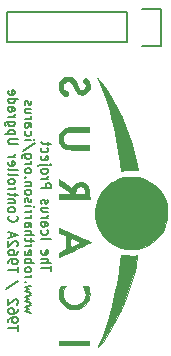
<source format=gbo>
G04 #@! TF.FileFunction,Legend,Bot*
%FSLAX46Y46*%
G04 Gerber Fmt 4.6, Leading zero omitted, Abs format (unit mm)*
G04 Created by KiCad (PCBNEW 4.0.4-stable) date 11/10/16 15:29:45*
%MOMM*%
%LPD*%
G01*
G04 APERTURE LIST*
%ADD10C,0.100000*%
%ADD11C,0.200000*%
%ADD12C,0.150000*%
%ADD13C,0.010000*%
G04 APERTURE END LIST*
D10*
D11*
X141908095Y-115315715D02*
X141908095Y-114858572D01*
X141108095Y-115087143D02*
X141908095Y-115087143D01*
X141108095Y-114591905D02*
X141908095Y-114591905D01*
X141108095Y-114249048D02*
X141527143Y-114249048D01*
X141603333Y-114287143D01*
X141641429Y-114363333D01*
X141641429Y-114477619D01*
X141603333Y-114553810D01*
X141565238Y-114591905D01*
X141146190Y-113563333D02*
X141108095Y-113639523D01*
X141108095Y-113791904D01*
X141146190Y-113868095D01*
X141222381Y-113906190D01*
X141527143Y-113906190D01*
X141603333Y-113868095D01*
X141641429Y-113791904D01*
X141641429Y-113639523D01*
X141603333Y-113563333D01*
X141527143Y-113525238D01*
X141450952Y-113525238D01*
X141374762Y-113906190D01*
X141108095Y-112572857D02*
X141908095Y-112572857D01*
X141146190Y-111849048D02*
X141108095Y-111925238D01*
X141108095Y-112077619D01*
X141146190Y-112153810D01*
X141184286Y-112191905D01*
X141260476Y-112230000D01*
X141489048Y-112230000D01*
X141565238Y-112191905D01*
X141603333Y-112153810D01*
X141641429Y-112077619D01*
X141641429Y-111925238D01*
X141603333Y-111849048D01*
X141108095Y-111163334D02*
X141527143Y-111163334D01*
X141603333Y-111201429D01*
X141641429Y-111277619D01*
X141641429Y-111430000D01*
X141603333Y-111506191D01*
X141146190Y-111163334D02*
X141108095Y-111239524D01*
X141108095Y-111430000D01*
X141146190Y-111506191D01*
X141222381Y-111544286D01*
X141298571Y-111544286D01*
X141374762Y-111506191D01*
X141412857Y-111430000D01*
X141412857Y-111239524D01*
X141450952Y-111163334D01*
X141108095Y-110782381D02*
X141641429Y-110782381D01*
X141489048Y-110782381D02*
X141565238Y-110744286D01*
X141603333Y-110706190D01*
X141641429Y-110630000D01*
X141641429Y-110553809D01*
X141641429Y-109944286D02*
X141108095Y-109944286D01*
X141641429Y-110287143D02*
X141222381Y-110287143D01*
X141146190Y-110249048D01*
X141108095Y-110172857D01*
X141108095Y-110058571D01*
X141146190Y-109982381D01*
X141184286Y-109944286D01*
X141146190Y-109601428D02*
X141108095Y-109525238D01*
X141108095Y-109372857D01*
X141146190Y-109296666D01*
X141222381Y-109258571D01*
X141260476Y-109258571D01*
X141336667Y-109296666D01*
X141374762Y-109372857D01*
X141374762Y-109487142D01*
X141412857Y-109563333D01*
X141489048Y-109601428D01*
X141527143Y-109601428D01*
X141603333Y-109563333D01*
X141641429Y-109487142D01*
X141641429Y-109372857D01*
X141603333Y-109296666D01*
X141108095Y-108306190D02*
X141908095Y-108306190D01*
X141908095Y-108001428D01*
X141870000Y-107925237D01*
X141831905Y-107887142D01*
X141755714Y-107849047D01*
X141641429Y-107849047D01*
X141565238Y-107887142D01*
X141527143Y-107925237D01*
X141489048Y-108001428D01*
X141489048Y-108306190D01*
X141108095Y-107506190D02*
X141641429Y-107506190D01*
X141489048Y-107506190D02*
X141565238Y-107468095D01*
X141603333Y-107429999D01*
X141641429Y-107353809D01*
X141641429Y-107277618D01*
X141108095Y-106896666D02*
X141146190Y-106972857D01*
X141184286Y-107010952D01*
X141260476Y-107049047D01*
X141489048Y-107049047D01*
X141565238Y-107010952D01*
X141603333Y-106972857D01*
X141641429Y-106896666D01*
X141641429Y-106782380D01*
X141603333Y-106706190D01*
X141565238Y-106668095D01*
X141489048Y-106629999D01*
X141260476Y-106629999D01*
X141184286Y-106668095D01*
X141146190Y-106706190D01*
X141108095Y-106782380D01*
X141108095Y-106896666D01*
X141641429Y-106287142D02*
X140955714Y-106287142D01*
X140879524Y-106325237D01*
X140841429Y-106401428D01*
X140841429Y-106439523D01*
X141908095Y-106287142D02*
X141870000Y-106325237D01*
X141831905Y-106287142D01*
X141870000Y-106249047D01*
X141908095Y-106287142D01*
X141831905Y-106287142D01*
X141146190Y-105601428D02*
X141108095Y-105677618D01*
X141108095Y-105829999D01*
X141146190Y-105906190D01*
X141222381Y-105944285D01*
X141527143Y-105944285D01*
X141603333Y-105906190D01*
X141641429Y-105829999D01*
X141641429Y-105677618D01*
X141603333Y-105601428D01*
X141527143Y-105563333D01*
X141450952Y-105563333D01*
X141374762Y-105944285D01*
X141146190Y-104877619D02*
X141108095Y-104953809D01*
X141108095Y-105106190D01*
X141146190Y-105182381D01*
X141184286Y-105220476D01*
X141260476Y-105258571D01*
X141489048Y-105258571D01*
X141565238Y-105220476D01*
X141603333Y-105182381D01*
X141641429Y-105106190D01*
X141641429Y-104953809D01*
X141603333Y-104877619D01*
X141641429Y-104649048D02*
X141641429Y-104344286D01*
X141908095Y-104534762D02*
X141222381Y-104534762D01*
X141146190Y-104496667D01*
X141108095Y-104420476D01*
X141108095Y-104344286D01*
X140241429Y-118820476D02*
X139708095Y-118668095D01*
X140089048Y-118515714D01*
X139708095Y-118363333D01*
X140241429Y-118210952D01*
X140241429Y-117982381D02*
X139708095Y-117830000D01*
X140089048Y-117677619D01*
X139708095Y-117525238D01*
X140241429Y-117372857D01*
X140241429Y-117144286D02*
X139708095Y-116991905D01*
X140089048Y-116839524D01*
X139708095Y-116687143D01*
X140241429Y-116534762D01*
X139784286Y-116230001D02*
X139746190Y-116191906D01*
X139708095Y-116230001D01*
X139746190Y-116268096D01*
X139784286Y-116230001D01*
X139708095Y-116230001D01*
X139708095Y-115849049D02*
X140241429Y-115849049D01*
X140089048Y-115849049D02*
X140165238Y-115810954D01*
X140203333Y-115772858D01*
X140241429Y-115696668D01*
X140241429Y-115620477D01*
X139708095Y-115239525D02*
X139746190Y-115315716D01*
X139784286Y-115353811D01*
X139860476Y-115391906D01*
X140089048Y-115391906D01*
X140165238Y-115353811D01*
X140203333Y-115315716D01*
X140241429Y-115239525D01*
X140241429Y-115125239D01*
X140203333Y-115049049D01*
X140165238Y-115010954D01*
X140089048Y-114972858D01*
X139860476Y-114972858D01*
X139784286Y-115010954D01*
X139746190Y-115049049D01*
X139708095Y-115125239D01*
X139708095Y-115239525D01*
X139708095Y-114630001D02*
X140508095Y-114630001D01*
X140203333Y-114630001D02*
X140241429Y-114553810D01*
X140241429Y-114401429D01*
X140203333Y-114325239D01*
X140165238Y-114287144D01*
X140089048Y-114249048D01*
X139860476Y-114249048D01*
X139784286Y-114287144D01*
X139746190Y-114325239D01*
X139708095Y-114401429D01*
X139708095Y-114553810D01*
X139746190Y-114630001D01*
X139746190Y-113601429D02*
X139708095Y-113677619D01*
X139708095Y-113830000D01*
X139746190Y-113906191D01*
X139822381Y-113944286D01*
X140127143Y-113944286D01*
X140203333Y-113906191D01*
X140241429Y-113830000D01*
X140241429Y-113677619D01*
X140203333Y-113601429D01*
X140127143Y-113563334D01*
X140050952Y-113563334D01*
X139974762Y-113944286D01*
X139708095Y-113220477D02*
X140241429Y-113220477D01*
X140089048Y-113220477D02*
X140165238Y-113182382D01*
X140203333Y-113144286D01*
X140241429Y-113068096D01*
X140241429Y-112991905D01*
X140241429Y-112839525D02*
X140241429Y-112534763D01*
X140508095Y-112725239D02*
X139822381Y-112725239D01*
X139746190Y-112687144D01*
X139708095Y-112610953D01*
X139708095Y-112534763D01*
X139708095Y-112268096D02*
X140508095Y-112268096D01*
X139708095Y-111925239D02*
X140127143Y-111925239D01*
X140203333Y-111963334D01*
X140241429Y-112039524D01*
X140241429Y-112153810D01*
X140203333Y-112230001D01*
X140165238Y-112268096D01*
X139708095Y-111201429D02*
X140127143Y-111201429D01*
X140203333Y-111239524D01*
X140241429Y-111315714D01*
X140241429Y-111468095D01*
X140203333Y-111544286D01*
X139746190Y-111201429D02*
X139708095Y-111277619D01*
X139708095Y-111468095D01*
X139746190Y-111544286D01*
X139822381Y-111582381D01*
X139898571Y-111582381D01*
X139974762Y-111544286D01*
X140012857Y-111468095D01*
X140012857Y-111277619D01*
X140050952Y-111201429D01*
X139708095Y-110820476D02*
X140241429Y-110820476D01*
X140089048Y-110820476D02*
X140165238Y-110782381D01*
X140203333Y-110744285D01*
X140241429Y-110668095D01*
X140241429Y-110591904D01*
X139708095Y-110325238D02*
X140241429Y-110325238D01*
X140089048Y-110325238D02*
X140165238Y-110287143D01*
X140203333Y-110249047D01*
X140241429Y-110172857D01*
X140241429Y-110096666D01*
X139708095Y-109830000D02*
X140241429Y-109830000D01*
X140508095Y-109830000D02*
X140470000Y-109868095D01*
X140431905Y-109830000D01*
X140470000Y-109791905D01*
X140508095Y-109830000D01*
X140431905Y-109830000D01*
X139746190Y-109487143D02*
X139708095Y-109410953D01*
X139708095Y-109258572D01*
X139746190Y-109182381D01*
X139822381Y-109144286D01*
X139860476Y-109144286D01*
X139936667Y-109182381D01*
X139974762Y-109258572D01*
X139974762Y-109372857D01*
X140012857Y-109449048D01*
X140089048Y-109487143D01*
X140127143Y-109487143D01*
X140203333Y-109449048D01*
X140241429Y-109372857D01*
X140241429Y-109258572D01*
X140203333Y-109182381D01*
X139708095Y-108687143D02*
X139746190Y-108763334D01*
X139784286Y-108801429D01*
X139860476Y-108839524D01*
X140089048Y-108839524D01*
X140165238Y-108801429D01*
X140203333Y-108763334D01*
X140241429Y-108687143D01*
X140241429Y-108572857D01*
X140203333Y-108496667D01*
X140165238Y-108458572D01*
X140089048Y-108420476D01*
X139860476Y-108420476D01*
X139784286Y-108458572D01*
X139746190Y-108496667D01*
X139708095Y-108572857D01*
X139708095Y-108687143D01*
X140241429Y-108077619D02*
X139708095Y-108077619D01*
X140165238Y-108077619D02*
X140203333Y-108039524D01*
X140241429Y-107963333D01*
X140241429Y-107849047D01*
X140203333Y-107772857D01*
X140127143Y-107734762D01*
X139708095Y-107734762D01*
X139784286Y-107353809D02*
X139746190Y-107315714D01*
X139708095Y-107353809D01*
X139746190Y-107391904D01*
X139784286Y-107353809D01*
X139708095Y-107353809D01*
X139708095Y-106858571D02*
X139746190Y-106934762D01*
X139784286Y-106972857D01*
X139860476Y-107010952D01*
X140089048Y-107010952D01*
X140165238Y-106972857D01*
X140203333Y-106934762D01*
X140241429Y-106858571D01*
X140241429Y-106744285D01*
X140203333Y-106668095D01*
X140165238Y-106630000D01*
X140089048Y-106591904D01*
X139860476Y-106591904D01*
X139784286Y-106630000D01*
X139746190Y-106668095D01*
X139708095Y-106744285D01*
X139708095Y-106858571D01*
X139708095Y-106249047D02*
X140241429Y-106249047D01*
X140089048Y-106249047D02*
X140165238Y-106210952D01*
X140203333Y-106172856D01*
X140241429Y-106096666D01*
X140241429Y-106020475D01*
X140241429Y-105410952D02*
X139593810Y-105410952D01*
X139517619Y-105449047D01*
X139479524Y-105487142D01*
X139441429Y-105563333D01*
X139441429Y-105677618D01*
X139479524Y-105753809D01*
X139746190Y-105410952D02*
X139708095Y-105487142D01*
X139708095Y-105639523D01*
X139746190Y-105715714D01*
X139784286Y-105753809D01*
X139860476Y-105791904D01*
X140089048Y-105791904D01*
X140165238Y-105753809D01*
X140203333Y-105715714D01*
X140241429Y-105639523D01*
X140241429Y-105487142D01*
X140203333Y-105410952D01*
X140546190Y-104458570D02*
X139517619Y-105144285D01*
X139708095Y-104191904D02*
X140241429Y-104191904D01*
X140508095Y-104191904D02*
X140470000Y-104229999D01*
X140431905Y-104191904D01*
X140470000Y-104153809D01*
X140508095Y-104191904D01*
X140431905Y-104191904D01*
X139746190Y-103468095D02*
X139708095Y-103544285D01*
X139708095Y-103696666D01*
X139746190Y-103772857D01*
X139784286Y-103810952D01*
X139860476Y-103849047D01*
X140089048Y-103849047D01*
X140165238Y-103810952D01*
X140203333Y-103772857D01*
X140241429Y-103696666D01*
X140241429Y-103544285D01*
X140203333Y-103468095D01*
X139708095Y-102782381D02*
X140127143Y-102782381D01*
X140203333Y-102820476D01*
X140241429Y-102896666D01*
X140241429Y-103049047D01*
X140203333Y-103125238D01*
X139746190Y-102782381D02*
X139708095Y-102858571D01*
X139708095Y-103049047D01*
X139746190Y-103125238D01*
X139822381Y-103163333D01*
X139898571Y-103163333D01*
X139974762Y-103125238D01*
X140012857Y-103049047D01*
X140012857Y-102858571D01*
X140050952Y-102782381D01*
X139708095Y-102401428D02*
X140241429Y-102401428D01*
X140089048Y-102401428D02*
X140165238Y-102363333D01*
X140203333Y-102325237D01*
X140241429Y-102249047D01*
X140241429Y-102172856D01*
X140241429Y-101563333D02*
X139708095Y-101563333D01*
X140241429Y-101906190D02*
X139822381Y-101906190D01*
X139746190Y-101868095D01*
X139708095Y-101791904D01*
X139708095Y-101677618D01*
X139746190Y-101601428D01*
X139784286Y-101563333D01*
X139746190Y-101220475D02*
X139708095Y-101144285D01*
X139708095Y-100991904D01*
X139746190Y-100915713D01*
X139822381Y-100877618D01*
X139860476Y-100877618D01*
X139936667Y-100915713D01*
X139974762Y-100991904D01*
X139974762Y-101106189D01*
X140012857Y-101182380D01*
X140089048Y-101220475D01*
X140127143Y-101220475D01*
X140203333Y-101182380D01*
X140241429Y-101106189D01*
X140241429Y-100991904D01*
X140203333Y-100915713D01*
X139108095Y-120363336D02*
X139108095Y-119906193D01*
X138308095Y-120134764D02*
X139108095Y-120134764D01*
X138308095Y-119601431D02*
X138308095Y-119449050D01*
X138346190Y-119372859D01*
X138384286Y-119334764D01*
X138498571Y-119258573D01*
X138650952Y-119220478D01*
X138955714Y-119220478D01*
X139031905Y-119258573D01*
X139070000Y-119296669D01*
X139108095Y-119372859D01*
X139108095Y-119525240D01*
X139070000Y-119601431D01*
X139031905Y-119639526D01*
X138955714Y-119677621D01*
X138765238Y-119677621D01*
X138689048Y-119639526D01*
X138650952Y-119601431D01*
X138612857Y-119525240D01*
X138612857Y-119372859D01*
X138650952Y-119296669D01*
X138689048Y-119258573D01*
X138765238Y-119220478D01*
X139108095Y-118534764D02*
X139108095Y-118687145D01*
X139070000Y-118763335D01*
X139031905Y-118801430D01*
X138917619Y-118877621D01*
X138765238Y-118915716D01*
X138460476Y-118915716D01*
X138384286Y-118877621D01*
X138346190Y-118839526D01*
X138308095Y-118763335D01*
X138308095Y-118610954D01*
X138346190Y-118534764D01*
X138384286Y-118496668D01*
X138460476Y-118458573D01*
X138650952Y-118458573D01*
X138727143Y-118496668D01*
X138765238Y-118534764D01*
X138803333Y-118610954D01*
X138803333Y-118763335D01*
X138765238Y-118839526D01*
X138727143Y-118877621D01*
X138650952Y-118915716D01*
X139031905Y-118153811D02*
X139070000Y-118115716D01*
X139108095Y-118039525D01*
X139108095Y-117849049D01*
X139070000Y-117772859D01*
X139031905Y-117734763D01*
X138955714Y-117696668D01*
X138879524Y-117696668D01*
X138765238Y-117734763D01*
X138308095Y-118191906D01*
X138308095Y-117696668D01*
X139146190Y-116172858D02*
X138117619Y-116858573D01*
X139108095Y-115410954D02*
X139108095Y-114953811D01*
X138308095Y-115182382D02*
X139108095Y-115182382D01*
X138308095Y-114649049D02*
X138308095Y-114496668D01*
X138346190Y-114420477D01*
X138384286Y-114382382D01*
X138498571Y-114306191D01*
X138650952Y-114268096D01*
X138955714Y-114268096D01*
X139031905Y-114306191D01*
X139070000Y-114344287D01*
X139108095Y-114420477D01*
X139108095Y-114572858D01*
X139070000Y-114649049D01*
X139031905Y-114687144D01*
X138955714Y-114725239D01*
X138765238Y-114725239D01*
X138689048Y-114687144D01*
X138650952Y-114649049D01*
X138612857Y-114572858D01*
X138612857Y-114420477D01*
X138650952Y-114344287D01*
X138689048Y-114306191D01*
X138765238Y-114268096D01*
X139108095Y-113582382D02*
X139108095Y-113734763D01*
X139070000Y-113810953D01*
X139031905Y-113849048D01*
X138917619Y-113925239D01*
X138765238Y-113963334D01*
X138460476Y-113963334D01*
X138384286Y-113925239D01*
X138346190Y-113887144D01*
X138308095Y-113810953D01*
X138308095Y-113658572D01*
X138346190Y-113582382D01*
X138384286Y-113544286D01*
X138460476Y-113506191D01*
X138650952Y-113506191D01*
X138727143Y-113544286D01*
X138765238Y-113582382D01*
X138803333Y-113658572D01*
X138803333Y-113810953D01*
X138765238Y-113887144D01*
X138727143Y-113925239D01*
X138650952Y-113963334D01*
X139031905Y-113201429D02*
X139070000Y-113163334D01*
X139108095Y-113087143D01*
X139108095Y-112896667D01*
X139070000Y-112820477D01*
X139031905Y-112782381D01*
X138955714Y-112744286D01*
X138879524Y-112744286D01*
X138765238Y-112782381D01*
X138308095Y-113239524D01*
X138308095Y-112744286D01*
X138536667Y-112439524D02*
X138536667Y-112058572D01*
X138308095Y-112515715D02*
X139108095Y-112249048D01*
X138308095Y-111982381D01*
X138384286Y-110649048D02*
X138346190Y-110687143D01*
X138308095Y-110801429D01*
X138308095Y-110877619D01*
X138346190Y-110991905D01*
X138422381Y-111068096D01*
X138498571Y-111106191D01*
X138650952Y-111144286D01*
X138765238Y-111144286D01*
X138917619Y-111106191D01*
X138993810Y-111068096D01*
X139070000Y-110991905D01*
X139108095Y-110877619D01*
X139108095Y-110801429D01*
X139070000Y-110687143D01*
X139031905Y-110649048D01*
X138308095Y-110191905D02*
X138346190Y-110268096D01*
X138384286Y-110306191D01*
X138460476Y-110344286D01*
X138689048Y-110344286D01*
X138765238Y-110306191D01*
X138803333Y-110268096D01*
X138841429Y-110191905D01*
X138841429Y-110077619D01*
X138803333Y-110001429D01*
X138765238Y-109963334D01*
X138689048Y-109925238D01*
X138460476Y-109925238D01*
X138384286Y-109963334D01*
X138346190Y-110001429D01*
X138308095Y-110077619D01*
X138308095Y-110191905D01*
X138841429Y-109582381D02*
X138308095Y-109582381D01*
X138765238Y-109582381D02*
X138803333Y-109544286D01*
X138841429Y-109468095D01*
X138841429Y-109353809D01*
X138803333Y-109277619D01*
X138727143Y-109239524D01*
X138308095Y-109239524D01*
X138841429Y-108972857D02*
X138841429Y-108668095D01*
X139108095Y-108858571D02*
X138422381Y-108858571D01*
X138346190Y-108820476D01*
X138308095Y-108744285D01*
X138308095Y-108668095D01*
X138308095Y-108401428D02*
X138841429Y-108401428D01*
X138689048Y-108401428D02*
X138765238Y-108363333D01*
X138803333Y-108325237D01*
X138841429Y-108249047D01*
X138841429Y-108172856D01*
X138308095Y-107791904D02*
X138346190Y-107868095D01*
X138384286Y-107906190D01*
X138460476Y-107944285D01*
X138689048Y-107944285D01*
X138765238Y-107906190D01*
X138803333Y-107868095D01*
X138841429Y-107791904D01*
X138841429Y-107677618D01*
X138803333Y-107601428D01*
X138765238Y-107563333D01*
X138689048Y-107525237D01*
X138460476Y-107525237D01*
X138384286Y-107563333D01*
X138346190Y-107601428D01*
X138308095Y-107677618D01*
X138308095Y-107791904D01*
X138308095Y-107068094D02*
X138346190Y-107144285D01*
X138422381Y-107182380D01*
X139108095Y-107182380D01*
X138308095Y-106649046D02*
X138346190Y-106725237D01*
X138422381Y-106763332D01*
X139108095Y-106763332D01*
X138346190Y-106039522D02*
X138308095Y-106115712D01*
X138308095Y-106268093D01*
X138346190Y-106344284D01*
X138422381Y-106382379D01*
X138727143Y-106382379D01*
X138803333Y-106344284D01*
X138841429Y-106268093D01*
X138841429Y-106115712D01*
X138803333Y-106039522D01*
X138727143Y-106001427D01*
X138650952Y-106001427D01*
X138574762Y-106382379D01*
X138308095Y-105658570D02*
X138841429Y-105658570D01*
X138689048Y-105658570D02*
X138765238Y-105620475D01*
X138803333Y-105582379D01*
X138841429Y-105506189D01*
X138841429Y-105429998D01*
X139108095Y-104553808D02*
X138460476Y-104553808D01*
X138384286Y-104515713D01*
X138346190Y-104477617D01*
X138308095Y-104401427D01*
X138308095Y-104249046D01*
X138346190Y-104172855D01*
X138384286Y-104134760D01*
X138460476Y-104096665D01*
X139108095Y-104096665D01*
X138841429Y-103715713D02*
X138041429Y-103715713D01*
X138803333Y-103715713D02*
X138841429Y-103639522D01*
X138841429Y-103487141D01*
X138803333Y-103410951D01*
X138765238Y-103372856D01*
X138689048Y-103334760D01*
X138460476Y-103334760D01*
X138384286Y-103372856D01*
X138346190Y-103410951D01*
X138308095Y-103487141D01*
X138308095Y-103639522D01*
X138346190Y-103715713D01*
X138841429Y-102649046D02*
X138193810Y-102649046D01*
X138117619Y-102687141D01*
X138079524Y-102725236D01*
X138041429Y-102801427D01*
X138041429Y-102915712D01*
X138079524Y-102991903D01*
X138346190Y-102649046D02*
X138308095Y-102725236D01*
X138308095Y-102877617D01*
X138346190Y-102953808D01*
X138384286Y-102991903D01*
X138460476Y-103029998D01*
X138689048Y-103029998D01*
X138765238Y-102991903D01*
X138803333Y-102953808D01*
X138841429Y-102877617D01*
X138841429Y-102725236D01*
X138803333Y-102649046D01*
X138308095Y-102268093D02*
X138841429Y-102268093D01*
X138689048Y-102268093D02*
X138765238Y-102229998D01*
X138803333Y-102191902D01*
X138841429Y-102115712D01*
X138841429Y-102039521D01*
X138308095Y-101429998D02*
X138727143Y-101429998D01*
X138803333Y-101468093D01*
X138841429Y-101544283D01*
X138841429Y-101696664D01*
X138803333Y-101772855D01*
X138346190Y-101429998D02*
X138308095Y-101506188D01*
X138308095Y-101696664D01*
X138346190Y-101772855D01*
X138422381Y-101810950D01*
X138498571Y-101810950D01*
X138574762Y-101772855D01*
X138612857Y-101696664D01*
X138612857Y-101506188D01*
X138650952Y-101429998D01*
X138308095Y-100706188D02*
X139108095Y-100706188D01*
X138346190Y-100706188D02*
X138308095Y-100782378D01*
X138308095Y-100934759D01*
X138346190Y-101010950D01*
X138384286Y-101049045D01*
X138460476Y-101087140D01*
X138689048Y-101087140D01*
X138765238Y-101049045D01*
X138803333Y-101010950D01*
X138841429Y-100934759D01*
X138841429Y-100782378D01*
X138803333Y-100706188D01*
X138346190Y-100020473D02*
X138308095Y-100096663D01*
X138308095Y-100249044D01*
X138346190Y-100325235D01*
X138422381Y-100363330D01*
X138727143Y-100363330D01*
X138803333Y-100325235D01*
X138841429Y-100249044D01*
X138841429Y-100096663D01*
X138803333Y-100020473D01*
X138727143Y-99982378D01*
X138650952Y-99982378D01*
X138574762Y-100363330D01*
D12*
X149654000Y-96211000D02*
X151204000Y-96211000D01*
X151204000Y-96211000D02*
X151204000Y-93111000D01*
X151204000Y-93111000D02*
X149654000Y-93111000D01*
X148384000Y-93391000D02*
X138224000Y-93391000D01*
X138224000Y-93391000D02*
X138224000Y-95931000D01*
X138224000Y-95931000D02*
X148384000Y-95931000D01*
X148384000Y-93391000D02*
X148384000Y-95931000D01*
D13*
G36*
X145184543Y-117223333D02*
X145171440Y-116952983D01*
X145132920Y-116757307D01*
X145113033Y-116704750D01*
X145065539Y-116610297D01*
X145013596Y-116563470D01*
X144927549Y-116547605D01*
X144830521Y-116546000D01*
X144618721Y-116546000D01*
X144733111Y-116766719D01*
X144831406Y-117038123D01*
X144850796Y-117306059D01*
X144796642Y-117558817D01*
X144674303Y-117784688D01*
X144489141Y-117971963D01*
X144246514Y-118108935D01*
X144096629Y-118157087D01*
X143822805Y-118185568D01*
X143564139Y-118139670D01*
X143332451Y-118028631D01*
X143139563Y-117861689D01*
X142997297Y-117648084D01*
X142917474Y-117397054D01*
X142904545Y-117225484D01*
X142944611Y-116955403D01*
X143051455Y-116716439D01*
X143123500Y-116620083D01*
X143154053Y-116578059D01*
X143141252Y-116555913D01*
X143070629Y-116547336D01*
X142953658Y-116546000D01*
X142718860Y-116546000D01*
X142648582Y-116721644D01*
X142599369Y-116894345D01*
X142567456Y-117104726D01*
X142555938Y-117317299D01*
X142567910Y-117496579D01*
X142577131Y-117540833D01*
X142700555Y-117859162D01*
X142889322Y-118123833D01*
X143142429Y-118333609D01*
X143285201Y-118413812D01*
X143600407Y-118524594D01*
X143921085Y-118554579D01*
X144235284Y-118505821D01*
X144531050Y-118380378D01*
X144796433Y-118180306D01*
X144828725Y-118148259D01*
X144998972Y-117947148D01*
X145108487Y-117744467D01*
X145167077Y-117514723D01*
X145184550Y-117232424D01*
X145184543Y-117223333D01*
X145184543Y-117223333D01*
G37*
X145184543Y-117223333D02*
X145171440Y-116952983D01*
X145132920Y-116757307D01*
X145113033Y-116704750D01*
X145065539Y-116610297D01*
X145013596Y-116563470D01*
X144927549Y-116547605D01*
X144830521Y-116546000D01*
X144618721Y-116546000D01*
X144733111Y-116766719D01*
X144831406Y-117038123D01*
X144850796Y-117306059D01*
X144796642Y-117558817D01*
X144674303Y-117784688D01*
X144489141Y-117971963D01*
X144246514Y-118108935D01*
X144096629Y-118157087D01*
X143822805Y-118185568D01*
X143564139Y-118139670D01*
X143332451Y-118028631D01*
X143139563Y-117861689D01*
X142997297Y-117648084D01*
X142917474Y-117397054D01*
X142904545Y-117225484D01*
X142944611Y-116955403D01*
X143051455Y-116716439D01*
X143123500Y-116620083D01*
X143154053Y-116578059D01*
X143141252Y-116555913D01*
X143070629Y-116547336D01*
X142953658Y-116546000D01*
X142718860Y-116546000D01*
X142648582Y-116721644D01*
X142599369Y-116894345D01*
X142567456Y-117104726D01*
X142555938Y-117317299D01*
X142567910Y-117496579D01*
X142577131Y-117540833D01*
X142700555Y-117859162D01*
X142889322Y-118123833D01*
X143142429Y-118333609D01*
X143285201Y-118413812D01*
X143600407Y-118524594D01*
X143921085Y-118554579D01*
X144235284Y-118505821D01*
X144531050Y-118380378D01*
X144796433Y-118180306D01*
X144828725Y-118148259D01*
X144998972Y-117947148D01*
X145108487Y-117744467D01*
X145167077Y-117514723D01*
X145184550Y-117232424D01*
X145184543Y-117223333D01*
G36*
X144250648Y-104650333D02*
X143905944Y-104648921D01*
X143635281Y-104642910D01*
X143428054Y-104629639D01*
X143273660Y-104606446D01*
X143161495Y-104570670D01*
X143080954Y-104519649D01*
X143021434Y-104450722D01*
X142972331Y-104361228D01*
X142956017Y-104325398D01*
X142899601Y-104108085D01*
X142925442Y-103902802D01*
X143017889Y-103734669D01*
X143080783Y-103664026D01*
X143152109Y-103609572D01*
X143243253Y-103569245D01*
X143365604Y-103540987D01*
X143530549Y-103522737D01*
X143749475Y-103512435D01*
X144033770Y-103508022D01*
X144274641Y-103507333D01*
X145165000Y-103507333D01*
X145165000Y-103126333D01*
X144294747Y-103126333D01*
X143942464Y-103128016D01*
X143662848Y-103134669D01*
X143443937Y-103148706D01*
X143273770Y-103172536D01*
X143140385Y-103208571D01*
X143031821Y-103259222D01*
X142936116Y-103326900D01*
X142841310Y-103414016D01*
X142834651Y-103420651D01*
X142660285Y-103642087D01*
X142566922Y-103880176D01*
X142552963Y-104141791D01*
X142606384Y-104401158D01*
X142698572Y-104585641D01*
X142846993Y-104761551D01*
X143026142Y-104903890D01*
X143202652Y-104985550D01*
X143296617Y-104999790D01*
X143460778Y-105012080D01*
X143680675Y-105021800D01*
X143941848Y-105028332D01*
X144229835Y-105031056D01*
X144265417Y-105031097D01*
X145165000Y-105031333D01*
X145165000Y-104650333D01*
X144250648Y-104650333D01*
X144250648Y-104650333D01*
G37*
X144250648Y-104650333D02*
X143905944Y-104648921D01*
X143635281Y-104642910D01*
X143428054Y-104629639D01*
X143273660Y-104606446D01*
X143161495Y-104570670D01*
X143080954Y-104519649D01*
X143021434Y-104450722D01*
X142972331Y-104361228D01*
X142956017Y-104325398D01*
X142899601Y-104108085D01*
X142925442Y-103902802D01*
X143017889Y-103734669D01*
X143080783Y-103664026D01*
X143152109Y-103609572D01*
X143243253Y-103569245D01*
X143365604Y-103540987D01*
X143530549Y-103522737D01*
X143749475Y-103512435D01*
X144033770Y-103508022D01*
X144274641Y-103507333D01*
X145165000Y-103507333D01*
X145165000Y-103126333D01*
X144294747Y-103126333D01*
X143942464Y-103128016D01*
X143662848Y-103134669D01*
X143443937Y-103148706D01*
X143273770Y-103172536D01*
X143140385Y-103208571D01*
X143031821Y-103259222D01*
X142936116Y-103326900D01*
X142841310Y-103414016D01*
X142834651Y-103420651D01*
X142660285Y-103642087D01*
X142566922Y-103880176D01*
X142552963Y-104141791D01*
X142606384Y-104401158D01*
X142698572Y-104585641D01*
X142846993Y-104761551D01*
X143026142Y-104903890D01*
X143202652Y-104985550D01*
X143296617Y-104999790D01*
X143460778Y-105012080D01*
X143680675Y-105021800D01*
X143941848Y-105028332D01*
X144229835Y-105031056D01*
X144265417Y-105031097D01*
X145165000Y-105031333D01*
X145165000Y-104650333D01*
X144250648Y-104650333D01*
G36*
X145138891Y-99312946D02*
X145025836Y-99123999D01*
X144920057Y-99026449D01*
X144792247Y-98935440D01*
X144620769Y-99206272D01*
X144744718Y-99347443D01*
X144843983Y-99503468D01*
X144861621Y-99660942D01*
X144806733Y-99821306D01*
X144718889Y-99936938D01*
X144596467Y-99987810D01*
X144511933Y-99993667D01*
X144441597Y-99981959D01*
X144376830Y-99939145D01*
X144308679Y-99853692D01*
X144228190Y-99714066D01*
X144126412Y-99508735D01*
X144112038Y-99478487D01*
X143994444Y-99251557D01*
X143883760Y-99091863D01*
X143765847Y-98984630D01*
X143626569Y-98915085D01*
X143550180Y-98891343D01*
X143306010Y-98864172D01*
X143080134Y-98909683D01*
X142882085Y-99016346D01*
X142721394Y-99172633D01*
X142607594Y-99367013D01*
X142550216Y-99587956D01*
X142558792Y-99823932D01*
X142619906Y-100016585D01*
X142751967Y-100217550D01*
X142935528Y-100373292D01*
X143121351Y-100456559D01*
X143223487Y-100481564D01*
X143282551Y-100489948D01*
X143287050Y-100488728D01*
X143301955Y-100444816D01*
X143326865Y-100346948D01*
X143337847Y-100299375D01*
X143358322Y-100185595D01*
X143350451Y-100132639D01*
X143316898Y-100120667D01*
X143184173Y-100085187D01*
X143052322Y-99994463D01*
X142953141Y-99872071D01*
X142937081Y-99839058D01*
X142900043Y-99655442D01*
X142938077Y-99487667D01*
X143041586Y-99351950D01*
X143200975Y-99264507D01*
X143288465Y-99245215D01*
X143426613Y-99248473D01*
X143547537Y-99303925D01*
X143660632Y-99420114D01*
X143775293Y-99605585D01*
X143849610Y-99755515D01*
X143974888Y-99998627D01*
X144094566Y-100170112D01*
X144220568Y-100281178D01*
X144364818Y-100343031D01*
X144497314Y-100364294D01*
X144721145Y-100348079D01*
X144905920Y-100258437D01*
X145055890Y-100092814D01*
X145112084Y-99994938D01*
X145186096Y-99768999D01*
X145193671Y-99534807D01*
X145138891Y-99312946D01*
X145138891Y-99312946D01*
G37*
X145138891Y-99312946D02*
X145025836Y-99123999D01*
X144920057Y-99026449D01*
X144792247Y-98935440D01*
X144620769Y-99206272D01*
X144744718Y-99347443D01*
X144843983Y-99503468D01*
X144861621Y-99660942D01*
X144806733Y-99821306D01*
X144718889Y-99936938D01*
X144596467Y-99987810D01*
X144511933Y-99993667D01*
X144441597Y-99981959D01*
X144376830Y-99939145D01*
X144308679Y-99853692D01*
X144228190Y-99714066D01*
X144126412Y-99508735D01*
X144112038Y-99478487D01*
X143994444Y-99251557D01*
X143883760Y-99091863D01*
X143765847Y-98984630D01*
X143626569Y-98915085D01*
X143550180Y-98891343D01*
X143306010Y-98864172D01*
X143080134Y-98909683D01*
X142882085Y-99016346D01*
X142721394Y-99172633D01*
X142607594Y-99367013D01*
X142550216Y-99587956D01*
X142558792Y-99823932D01*
X142619906Y-100016585D01*
X142751967Y-100217550D01*
X142935528Y-100373292D01*
X143121351Y-100456559D01*
X143223487Y-100481564D01*
X143282551Y-100489948D01*
X143287050Y-100488728D01*
X143301955Y-100444816D01*
X143326865Y-100346948D01*
X143337847Y-100299375D01*
X143358322Y-100185595D01*
X143350451Y-100132639D01*
X143316898Y-100120667D01*
X143184173Y-100085187D01*
X143052322Y-99994463D01*
X142953141Y-99872071D01*
X142937081Y-99839058D01*
X142900043Y-99655442D01*
X142938077Y-99487667D01*
X143041586Y-99351950D01*
X143200975Y-99264507D01*
X143288465Y-99245215D01*
X143426613Y-99248473D01*
X143547537Y-99303925D01*
X143660632Y-99420114D01*
X143775293Y-99605585D01*
X143849610Y-99755515D01*
X143974888Y-99998627D01*
X144094566Y-100170112D01*
X144220568Y-100281178D01*
X144364818Y-100343031D01*
X144497314Y-100364294D01*
X144721145Y-100348079D01*
X144905920Y-100258437D01*
X145055890Y-100092814D01*
X145112084Y-99994938D01*
X145186096Y-99768999D01*
X145193671Y-99534807D01*
X145138891Y-99312946D01*
G36*
X142582667Y-121202667D02*
X142582667Y-121583667D01*
X145165000Y-121583667D01*
X145165000Y-121202667D01*
X142582667Y-121202667D01*
X142582667Y-121202667D01*
G37*
X142582667Y-121202667D02*
X142582667Y-121583667D01*
X145165000Y-121583667D01*
X145165000Y-121202667D01*
X142582667Y-121202667D01*
G36*
X145212766Y-112833732D02*
X145101610Y-112780872D01*
X144935292Y-112703790D01*
X144724950Y-112607488D01*
X144481724Y-112496967D01*
X144216752Y-112377230D01*
X143941173Y-112253279D01*
X143666126Y-112130117D01*
X143402749Y-112012745D01*
X143162183Y-111906165D01*
X142955565Y-111815381D01*
X142794034Y-111745393D01*
X142688730Y-111701205D01*
X142654202Y-111688235D01*
X142608485Y-111685073D01*
X142588596Y-111722595D01*
X142587903Y-111819443D01*
X142590702Y-111866758D01*
X142603834Y-112067057D01*
X142910750Y-112195772D01*
X143217667Y-112324487D01*
X143217667Y-113446267D01*
X142582667Y-113747827D01*
X142582667Y-113939049D01*
X142586738Y-114055006D01*
X142604759Y-114104435D01*
X142645442Y-114105314D01*
X142660607Y-114099886D01*
X142771012Y-114053632D01*
X142934909Y-113980722D01*
X143141760Y-113886199D01*
X143381027Y-113775104D01*
X143609250Y-113667939D01*
X143609250Y-113274419D01*
X143583691Y-113263413D01*
X143567314Y-113199030D01*
X143558679Y-113070647D01*
X143556334Y-112884167D01*
X143559019Y-112686988D01*
X143568042Y-112563672D01*
X143584853Y-112503556D01*
X143609250Y-112495230D01*
X143820137Y-112585332D01*
X144020562Y-112673250D01*
X144195068Y-112751969D01*
X144328199Y-112814475D01*
X144404498Y-112853752D01*
X144415255Y-112861017D01*
X144391391Y-112887937D01*
X144306372Y-112940841D01*
X144176445Y-113011397D01*
X144017856Y-113091271D01*
X143846849Y-113172133D01*
X143679672Y-113245648D01*
X143609250Y-113274419D01*
X143609250Y-113667939D01*
X143642174Y-113652478D01*
X143914662Y-113523364D01*
X144187954Y-113392803D01*
X144451512Y-113265835D01*
X144694800Y-113147504D01*
X144907279Y-113042851D01*
X145078411Y-112956917D01*
X145197660Y-112894743D01*
X145254488Y-112861372D01*
X145257621Y-112857366D01*
X145212766Y-112833732D01*
X145212766Y-112833732D01*
G37*
X145212766Y-112833732D02*
X145101610Y-112780872D01*
X144935292Y-112703790D01*
X144724950Y-112607488D01*
X144481724Y-112496967D01*
X144216752Y-112377230D01*
X143941173Y-112253279D01*
X143666126Y-112130117D01*
X143402749Y-112012745D01*
X143162183Y-111906165D01*
X142955565Y-111815381D01*
X142794034Y-111745393D01*
X142688730Y-111701205D01*
X142654202Y-111688235D01*
X142608485Y-111685073D01*
X142588596Y-111722595D01*
X142587903Y-111819443D01*
X142590702Y-111866758D01*
X142603834Y-112067057D01*
X142910750Y-112195772D01*
X143217667Y-112324487D01*
X143217667Y-113446267D01*
X142582667Y-113747827D01*
X142582667Y-113939049D01*
X142586738Y-114055006D01*
X142604759Y-114104435D01*
X142645442Y-114105314D01*
X142660607Y-114099886D01*
X142771012Y-114053632D01*
X142934909Y-113980722D01*
X143141760Y-113886199D01*
X143381027Y-113775104D01*
X143609250Y-113667939D01*
X143609250Y-113274419D01*
X143583691Y-113263413D01*
X143567314Y-113199030D01*
X143558679Y-113070647D01*
X143556334Y-112884167D01*
X143559019Y-112686988D01*
X143568042Y-112563672D01*
X143584853Y-112503556D01*
X143609250Y-112495230D01*
X143820137Y-112585332D01*
X144020562Y-112673250D01*
X144195068Y-112751969D01*
X144328199Y-112814475D01*
X144404498Y-112853752D01*
X144415255Y-112861017D01*
X144391391Y-112887937D01*
X144306372Y-112940841D01*
X144176445Y-113011397D01*
X144017856Y-113091271D01*
X143846849Y-113172133D01*
X143679672Y-113245648D01*
X143609250Y-113274419D01*
X143609250Y-113667939D01*
X143642174Y-113652478D01*
X143914662Y-113523364D01*
X144187954Y-113392803D01*
X144451512Y-113265835D01*
X144694800Y-113147504D01*
X144907279Y-113042851D01*
X145078411Y-112956917D01*
X145197660Y-112894743D01*
X145254488Y-112861372D01*
X145257621Y-112857366D01*
X145212766Y-112833732D01*
G36*
X145156661Y-108742944D02*
X145128775Y-108438627D01*
X145072352Y-108203824D01*
X144982479Y-108026744D01*
X144854244Y-107895596D01*
X144784343Y-107849370D01*
X144574592Y-107770338D01*
X144352274Y-107758954D01*
X144137173Y-107809680D01*
X143949071Y-107916976D01*
X143807752Y-108075304D01*
X143777793Y-108131158D01*
X143724806Y-108229861D01*
X143681197Y-108285480D01*
X143671778Y-108289908D01*
X143630366Y-108266962D01*
X143535033Y-108204269D01*
X143400238Y-108112012D01*
X143240436Y-108000376D01*
X143070086Y-107879544D01*
X142903644Y-107759699D01*
X142755568Y-107651025D01*
X142640313Y-107563705D01*
X142635584Y-107560014D01*
X142604456Y-107554419D01*
X142587965Y-107607634D01*
X142582706Y-107731807D01*
X142582667Y-107748847D01*
X142582667Y-107979062D01*
X143098190Y-108337517D01*
X143280958Y-108467151D01*
X143437611Y-108583097D01*
X143555372Y-108675522D01*
X143621464Y-108734591D01*
X143630885Y-108747486D01*
X143616044Y-108770064D01*
X143547757Y-108785512D01*
X143416823Y-108794750D01*
X143214043Y-108798696D01*
X143115362Y-108799000D01*
X142582667Y-108799000D01*
X142582667Y-109180000D01*
X143979667Y-109180000D01*
X143979667Y-108799000D01*
X143979667Y-108627565D01*
X143996120Y-108481253D01*
X144036443Y-108347414D01*
X144043605Y-108332486D01*
X144113519Y-108231403D01*
X144188989Y-108165255D01*
X144328648Y-108126653D01*
X144490516Y-108130882D01*
X144629277Y-108175842D01*
X144645936Y-108186415D01*
X144726073Y-108283491D01*
X144788586Y-108435446D01*
X144822763Y-108612776D01*
X144826098Y-108682583D01*
X144826334Y-108799000D01*
X143979667Y-108799000D01*
X143979667Y-109180000D01*
X145176099Y-109180000D01*
X145156661Y-108742944D01*
X145156661Y-108742944D01*
G37*
X145156661Y-108742944D02*
X145128775Y-108438627D01*
X145072352Y-108203824D01*
X144982479Y-108026744D01*
X144854244Y-107895596D01*
X144784343Y-107849370D01*
X144574592Y-107770338D01*
X144352274Y-107758954D01*
X144137173Y-107809680D01*
X143949071Y-107916976D01*
X143807752Y-108075304D01*
X143777793Y-108131158D01*
X143724806Y-108229861D01*
X143681197Y-108285480D01*
X143671778Y-108289908D01*
X143630366Y-108266962D01*
X143535033Y-108204269D01*
X143400238Y-108112012D01*
X143240436Y-108000376D01*
X143070086Y-107879544D01*
X142903644Y-107759699D01*
X142755568Y-107651025D01*
X142640313Y-107563705D01*
X142635584Y-107560014D01*
X142604456Y-107554419D01*
X142587965Y-107607634D01*
X142582706Y-107731807D01*
X142582667Y-107748847D01*
X142582667Y-107979062D01*
X143098190Y-108337517D01*
X143280958Y-108467151D01*
X143437611Y-108583097D01*
X143555372Y-108675522D01*
X143621464Y-108734591D01*
X143630885Y-108747486D01*
X143616044Y-108770064D01*
X143547757Y-108785512D01*
X143416823Y-108794750D01*
X143214043Y-108798696D01*
X143115362Y-108799000D01*
X142582667Y-108799000D01*
X142582667Y-109180000D01*
X143979667Y-109180000D01*
X143979667Y-108799000D01*
X143979667Y-108627565D01*
X143996120Y-108481253D01*
X144036443Y-108347414D01*
X144043605Y-108332486D01*
X144113519Y-108231403D01*
X144188989Y-108165255D01*
X144328648Y-108126653D01*
X144490516Y-108130882D01*
X144629277Y-108175842D01*
X144645936Y-108186415D01*
X144726073Y-108283491D01*
X144788586Y-108435446D01*
X144822763Y-108612776D01*
X144826098Y-108682583D01*
X144826334Y-108799000D01*
X143979667Y-108799000D01*
X143979667Y-109180000D01*
X145176099Y-109180000D01*
X145156661Y-108742944D01*
G36*
X151758854Y-110224384D02*
X151746112Y-109978675D01*
X151726878Y-109789589D01*
X151696405Y-109629098D01*
X151649946Y-109469176D01*
X151613024Y-109363495D01*
X151456877Y-108992067D01*
X151272257Y-108673524D01*
X151039521Y-108376543D01*
X150901167Y-108228593D01*
X150527075Y-107898177D01*
X150125916Y-107645447D01*
X149690971Y-107467466D01*
X149215519Y-107361292D01*
X148841168Y-107327530D01*
X148448768Y-107326997D01*
X148105622Y-107364635D01*
X147782651Y-107446488D01*
X147450774Y-107578601D01*
X147311943Y-107645407D01*
X147107748Y-107755065D01*
X146935474Y-107868015D01*
X146767603Y-108004627D01*
X146576614Y-108185274D01*
X146558898Y-108202849D01*
X146271300Y-108518557D01*
X146048977Y-108835006D01*
X145876166Y-109177461D01*
X145768690Y-109469279D01*
X145694879Y-109778817D01*
X145652340Y-110133720D01*
X145642624Y-110500072D01*
X145667284Y-110843956D01*
X145697766Y-111018930D01*
X145846931Y-111506082D01*
X146061683Y-111946737D01*
X146334765Y-112337557D01*
X146658923Y-112675205D01*
X147026901Y-112956341D01*
X147431445Y-113177629D01*
X147865299Y-113335728D01*
X148321208Y-113427302D01*
X148791917Y-113449011D01*
X149270171Y-113397518D01*
X149748715Y-113269485D01*
X150181500Y-113081998D01*
X150396202Y-112950577D01*
X150626007Y-112768514D01*
X150863336Y-112546425D01*
X151045062Y-112360614D01*
X151180328Y-112205139D01*
X151287362Y-112055714D01*
X151384394Y-111888051D01*
X151441946Y-111775554D01*
X151589940Y-111444334D01*
X151689037Y-111134335D01*
X151744963Y-110817532D01*
X151763442Y-110465899D01*
X151758854Y-110224384D01*
X151758854Y-110224384D01*
G37*
X151758854Y-110224384D02*
X151746112Y-109978675D01*
X151726878Y-109789589D01*
X151696405Y-109629098D01*
X151649946Y-109469176D01*
X151613024Y-109363495D01*
X151456877Y-108992067D01*
X151272257Y-108673524D01*
X151039521Y-108376543D01*
X150901167Y-108228593D01*
X150527075Y-107898177D01*
X150125916Y-107645447D01*
X149690971Y-107467466D01*
X149215519Y-107361292D01*
X148841168Y-107327530D01*
X148448768Y-107326997D01*
X148105622Y-107364635D01*
X147782651Y-107446488D01*
X147450774Y-107578601D01*
X147311943Y-107645407D01*
X147107748Y-107755065D01*
X146935474Y-107868015D01*
X146767603Y-108004627D01*
X146576614Y-108185274D01*
X146558898Y-108202849D01*
X146271300Y-108518557D01*
X146048977Y-108835006D01*
X145876166Y-109177461D01*
X145768690Y-109469279D01*
X145694879Y-109778817D01*
X145652340Y-110133720D01*
X145642624Y-110500072D01*
X145667284Y-110843956D01*
X145697766Y-111018930D01*
X145846931Y-111506082D01*
X146061683Y-111946737D01*
X146334765Y-112337557D01*
X146658923Y-112675205D01*
X147026901Y-112956341D01*
X147431445Y-113177629D01*
X147865299Y-113335728D01*
X148321208Y-113427302D01*
X148791917Y-113449011D01*
X149270171Y-113397518D01*
X149748715Y-113269485D01*
X150181500Y-113081998D01*
X150396202Y-112950577D01*
X150626007Y-112768514D01*
X150863336Y-112546425D01*
X151045062Y-112360614D01*
X151180328Y-112205139D01*
X151287362Y-112055714D01*
X151384394Y-111888051D01*
X151441946Y-111775554D01*
X151589940Y-111444334D01*
X151689037Y-111134335D01*
X151744963Y-110817532D01*
X151763442Y-110465899D01*
X151758854Y-110224384D01*
G36*
X149229974Y-113970057D02*
X149207720Y-113964489D01*
X149200898Y-113969423D01*
X149139673Y-113984479D01*
X149012768Y-113993179D01*
X148838896Y-113995962D01*
X148636770Y-113993265D01*
X148425105Y-113985528D01*
X148222612Y-113973188D01*
X148048006Y-113956684D01*
X147935883Y-113939786D01*
X147806932Y-113914258D01*
X147753277Y-114415212D01*
X147630408Y-115396002D01*
X147473373Y-116373189D01*
X147285076Y-117334978D01*
X147068422Y-118269573D01*
X146826313Y-119165179D01*
X146561654Y-120010001D01*
X146277349Y-120792244D01*
X146048024Y-121341916D01*
X145972797Y-121516252D01*
X145916970Y-121655685D01*
X145885788Y-121746317D01*
X145884499Y-121774251D01*
X145884924Y-121774008D01*
X145923569Y-121732654D01*
X146002059Y-121636209D01*
X146110057Y-121497770D01*
X146237224Y-121330439D01*
X146278789Y-121274926D01*
X146846877Y-120449443D01*
X147369688Y-119558906D01*
X147843367Y-118612100D01*
X148264060Y-117617815D01*
X148627912Y-116584838D01*
X148931067Y-115521955D01*
X149077618Y-114895000D01*
X149145943Y-114570099D01*
X149194530Y-114321244D01*
X149224190Y-114142345D01*
X149235734Y-114027313D01*
X149229974Y-113970057D01*
X149229974Y-113970057D01*
G37*
X149229974Y-113970057D02*
X149207720Y-113964489D01*
X149200898Y-113969423D01*
X149139673Y-113984479D01*
X149012768Y-113993179D01*
X148838896Y-113995962D01*
X148636770Y-113993265D01*
X148425105Y-113985528D01*
X148222612Y-113973188D01*
X148048006Y-113956684D01*
X147935883Y-113939786D01*
X147806932Y-113914258D01*
X147753277Y-114415212D01*
X147630408Y-115396002D01*
X147473373Y-116373189D01*
X147285076Y-117334978D01*
X147068422Y-118269573D01*
X146826313Y-119165179D01*
X146561654Y-120010001D01*
X146277349Y-120792244D01*
X146048024Y-121341916D01*
X145972797Y-121516252D01*
X145916970Y-121655685D01*
X145885788Y-121746317D01*
X145884499Y-121774251D01*
X145884924Y-121774008D01*
X145923569Y-121732654D01*
X146002059Y-121636209D01*
X146110057Y-121497770D01*
X146237224Y-121330439D01*
X146278789Y-121274926D01*
X146846877Y-120449443D01*
X147369688Y-119558906D01*
X147843367Y-118612100D01*
X148264060Y-117617815D01*
X148627912Y-116584838D01*
X148931067Y-115521955D01*
X149077618Y-114895000D01*
X149145943Y-114570099D01*
X149194530Y-114321244D01*
X149224190Y-114142345D01*
X149235734Y-114027313D01*
X149229974Y-113970057D01*
G36*
X149182122Y-106359947D02*
X148949102Y-105299558D01*
X148652933Y-104253742D01*
X148297890Y-103232897D01*
X147888250Y-102247424D01*
X147428290Y-101307723D01*
X146922285Y-100424192D01*
X146446699Y-99707571D01*
X146326590Y-99543317D01*
X146201379Y-99379521D01*
X146081183Y-99228482D01*
X145976125Y-99102500D01*
X145896323Y-99013872D01*
X145851898Y-98974899D01*
X145846110Y-98977667D01*
X145864173Y-99024104D01*
X145910296Y-99120223D01*
X145948763Y-99195615D01*
X146090547Y-99494137D01*
X146243349Y-99863154D01*
X146403028Y-100289863D01*
X146565445Y-100761461D01*
X146726459Y-101265144D01*
X146881930Y-101788109D01*
X147027719Y-102317551D01*
X147159684Y-102840669D01*
X147239943Y-103188645D01*
X147331394Y-103628106D01*
X147424621Y-104122397D01*
X147515206Y-104644836D01*
X147598735Y-105168739D01*
X147670792Y-105667426D01*
X147726961Y-106114215D01*
X147732870Y-106167133D01*
X147808758Y-106858432D01*
X147936796Y-106831718D01*
X148189479Y-106790220D01*
X148471505Y-106761730D01*
X148746028Y-106748956D01*
X148976202Y-106754611D01*
X148980302Y-106754948D01*
X149260770Y-106778394D01*
X149182122Y-106359947D01*
X149182122Y-106359947D01*
G37*
X149182122Y-106359947D02*
X148949102Y-105299558D01*
X148652933Y-104253742D01*
X148297890Y-103232897D01*
X147888250Y-102247424D01*
X147428290Y-101307723D01*
X146922285Y-100424192D01*
X146446699Y-99707571D01*
X146326590Y-99543317D01*
X146201379Y-99379521D01*
X146081183Y-99228482D01*
X145976125Y-99102500D01*
X145896323Y-99013872D01*
X145851898Y-98974899D01*
X145846110Y-98977667D01*
X145864173Y-99024104D01*
X145910296Y-99120223D01*
X145948763Y-99195615D01*
X146090547Y-99494137D01*
X146243349Y-99863154D01*
X146403028Y-100289863D01*
X146565445Y-100761461D01*
X146726459Y-101265144D01*
X146881930Y-101788109D01*
X147027719Y-102317551D01*
X147159684Y-102840669D01*
X147239943Y-103188645D01*
X147331394Y-103628106D01*
X147424621Y-104122397D01*
X147515206Y-104644836D01*
X147598735Y-105168739D01*
X147670792Y-105667426D01*
X147726961Y-106114215D01*
X147732870Y-106167133D01*
X147808758Y-106858432D01*
X147936796Y-106831718D01*
X148189479Y-106790220D01*
X148471505Y-106761730D01*
X148746028Y-106748956D01*
X148976202Y-106754611D01*
X148980302Y-106754948D01*
X149260770Y-106778394D01*
X149182122Y-106359947D01*
M02*

</source>
